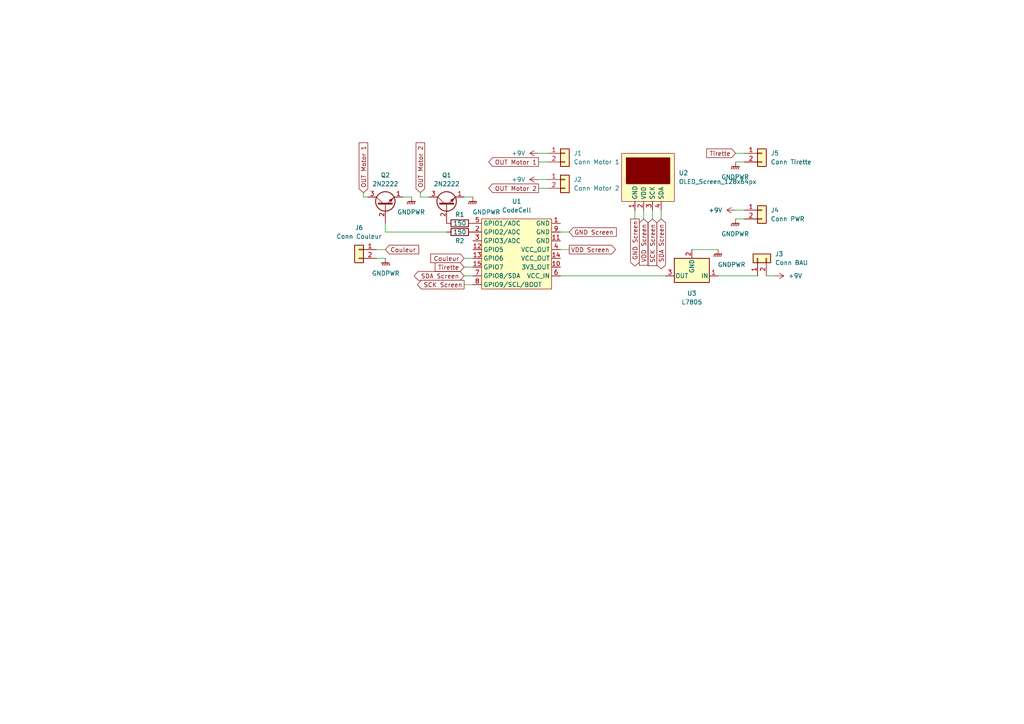
<source format=kicad_sch>
(kicad_sch (version 20211123) (generator eeschema)
  (paper "A4")
  (lib_symbols
    (symbol "CodeCell:CodeCell"
      (property "Reference" "U" (at 0 12.7 0))
      (property "Value" "CodeCell" (at 0 10.16 0))
      (symbol "CodeCell_0_1"
        (rectangle (start -10.16 8.89) (end 10.16 -11.43) (fill (type background)))
      )
      (symbol "CodeCell_1_1"
        (pin input line (at 12.7 7.62 180) (length 2.54) (name "GND") (number "1"))
        (pin output line (at 12.7 -5.08 180) (length 2.54) (name "3V3_OUT") (number "10"))
        (pin input line (at 12.7 2.54 180) (length 2.54) (name "GND") (number "11"))
        (pin bidirectional line (at -12.7 0 0) (length 2.54) (name "GPIO5") (number "12"))
        (pin bidirectional line (at -12.7 -2.54 0) (length 2.54) (name "GPIO6") (number "13"))
        (pin output line (at 12.7 -2.54 180) (length 2.54) (name "VCC_OUT") (number "14"))
        (pin bidirectional line (at -12.7 -5.08 0) (length 2.54) (name "GPIO7") (number "15"))
        (pin bidirectional line (at -12.7 5.08 0) (length 2.54) (name "GPIO2/ADC") (number "2"))
        (pin bidirectional line (at -12.7 2.54 0) (length 2.54) (name "GPIO3/ADC") (number "3"))
        (pin output line (at 12.7 0 180) (length 2.54) (name "VCC_OUT") (number "4"))
        (pin bidirectional line (at -12.7 7.62 0) (length 2.54) (name "GPIO1/ADC") (number "5"))
        (pin input line (at 12.7 -7.62 180) (length 2.54) (name "VCC_IN") (number "6"))
        (pin bidirectional line (at -12.7 -7.62 0) (length 2.54) (name "GPIO8/SDA") (number "7"))
        (pin bidirectional line (at -12.7 -10.16 0) (length 2.54) (name "GPIO9/SCL/BOOT") (number "8"))
        (pin input line (at 12.7 5.08 180) (length 2.54) (name "GND") (number "9"))
      )
    )
    (symbol "Connector_Generic:Conn_01x02" (pin_names (offset 1.016) hide)
      (property "Reference" "J" (at 0 2.54 0))
      (property "Value" "Conn_01x02" (at 0 -5.08 0))
      (symbol "Conn_01x02_1_1"
        (rectangle (start -1.27 -2.413) (end 0 -2.667) (stroke (width 0.1524)))
        (rectangle (start -1.27 0.127) (end 0 -0.127) (stroke (width 0.1524)))
        (rectangle (start -1.27 1.27) (end 1.27 -3.81) (stroke (width 0.254)) (fill (type background)))
        (pin passive line (at -5.08 0 0) (length 3.81) (name "Pin_1") (number "1"))
        (pin passive line (at -5.08 -2.54 0) (length 3.81) (name "Pin_2") (number "2"))
      )
    )
    (symbol "Device:R" (pin_numbers hide) (pin_names (offset 0))
      (property "Reference" "R" (at 2.032 0 90))
      (property "Value" "R" (at 0 0 90))
      (symbol "R_0_1"
        (rectangle (start -1.016 -2.54) (end 1.016 2.54) (stroke (width 0.254)))
      )
      (symbol "R_1_1"
        (pin passive line (at 0 3.81 270) (length 1.27) (name "~") (number "1"))
        (pin passive line (at 0 -3.81 90) (length 1.27) (name "~") (number "2"))
      )
    )
    (symbol "Oled Screen:OLED_Screen_128x64px"
      (property "Reference" "U" (at 0 6.35 0))
      (property "Value" "OLED_Screen_128x64px" (at 0 5.08 0))
      (symbol "OLED_Screen_128x64px_0_1"
        (rectangle (start -7.62 2.54) (end 7.62 -11.43) (fill (type background)))
        (rectangle (start -6.35 1.27) (end 6.35 -6.35) (fill (type outline)))
      )
      (symbol "OLED_Screen_128x64px_1_1"
        (pin output line (at -3.81 -13.97 90) (length 2.54) (name "GND") (number "1"))
        (pin input line (at -1.27 -13.97 90) (length 2.54) (name "VDD") (number "2"))
        (pin input line (at 1.27 -13.97 90) (length 2.54) (name "SCK") (number "3"))
        (pin bidirectional line (at 3.81 -13.97 90) (length 2.54) (name "SDA") (number "4"))
      )
    )
    (symbol "Regulator_Linear:L7805" (pin_names (offset 0.254))
      (property "Reference" "U" (at -3.81 3.175 0))
      (property "Value" "L7805" (at 0 3.175 0))
      (symbol "L7805_0_1"
        (rectangle (start -5.08 1.905) (end 5.08 -5.08) (stroke (width 0.254)) (fill (type background)))
      )
      (symbol "L7805_1_1"
        (pin power_in line (at -7.62 0 0) (length 2.54) (name "IN") (number "1"))
        (pin power_in line (at 0 -7.62 90) (length 2.54) (name "GND") (number "2"))
        (pin power_out line (at 7.62 0 180) (length 2.54) (name "OUT") (number "3"))
      )
    )
    (symbol "Transistor_BJT:PN2222A" (pin_names (offset 0) hide)
      (property "Reference" "Q" (at 5.08 1.905 0))
      (property "Value" "PN2222A" (at 5.08 0 0))
      (symbol "PN2222A_0_1"
        (polyline (pts (xy 0 0) (xy 0.635 0)))
        (polyline (pts (xy 2.54 -2.54) (xy 0.635 -0.635)))
        (polyline (pts (xy 2.54 2.54) (xy 0.635 0.635)))
        (polyline (pts (xy 0.635 1.905) (xy 0.635 -1.905) (xy 0.635 -1.905)) (stroke (width 0.508)))
        (polyline (pts (xy 2.413 -2.413) (xy 1.905 -1.905) (xy 1.905 -1.905)))
        (polyline (pts (xy 1.143 -1.651) (xy 1.651 -1.143) (xy 2.159 -2.159) (xy 1.143 -1.651) (xy 1.143 -1.651)) (fill (type outline)))
        (circle (center 1.27 0) (radius 2.8194) (stroke (width 0.254)))
      )
      (symbol "PN2222A_1_1"
        (pin passive line (at 2.54 -5.08 90) (length 2.54) (name "E") (number "1"))
        (pin input line (at -5.08 0 0) (length 5.08) (name "B") (number "2"))
        (pin passive line (at 2.54 5.08 270) (length 2.54) (name "C") (number "3"))
      )
    )
    (symbol "power:+9V" (power) (pin_names (offset 0))
      (property "Value" "+9V" (at 0 3.556 0))
      (symbol "+9V_0_1"
        (polyline (pts (xy -0.762 1.27) (xy 0 2.54)))
        (polyline (pts (xy 0 0) (xy 0 2.54)))
        (polyline (pts (xy 0 2.54) (xy 0.762 1.27)))
      )
      (symbol "+9V_1_1"
        (pin power_in line (at 0 0 90) (length 0) hide (name "+9V") (number "1"))
      )
    )
    (symbol "power:GNDPWR" (power) (pin_names (offset 0))
      (property "Value" "GNDPWR" (at 0 -3.302 0))
      (symbol "GNDPWR_0_1"
        (polyline (pts (xy 0 -1.27) (xy 0 0)))
        (polyline (pts (xy -1.016 -1.27) (xy -1.27 -2.032) (xy -1.27 -2.032)) (stroke (width 0.2032)))
        (polyline (pts (xy -0.508 -1.27) (xy -0.762 -2.032) (xy -0.762 -2.032)) (stroke (width 0.2032)))
        (polyline (pts (xy 0 -1.27) (xy -0.254 -2.032) (xy -0.254 -2.032)) (stroke (width 0.2032)))
        (polyline (pts (xy 0.508 -1.27) (xy 0.254 -2.032) (xy 0.254 -2.032)) (stroke (width 0.2032)))
        (polyline (pts (xy 1.016 -1.27) (xy -1.016 -1.27) (xy -1.016 -1.27)) (stroke (width 0.2032)))
        (polyline (pts (xy 1.016 -1.27) (xy 0.762 -2.032) (xy 0.762 -2.032) (xy 0.762 -2.032)) (stroke (width 0.2032)))
      )
      (symbol "GNDPWR_1_1"
        (pin power_in line (at 0 0 270) (length 0) hide (name "GNDPWR") (number "1"))
      )
    )
  )
  (wire (pts (xy 105.41 57.15) (xy 106.68 57.15)))
  (wire (pts (xy 186.69 60.96) (xy 186.69 63.5)))
  (wire (pts (xy 156.21 52.07) (xy 158.75 52.07)))
  (wire (pts (xy 191.77 63.5) (xy 191.77 60.96)))
  (wire (pts (xy 213.36 44.45) (xy 215.9 44.45)))
  (wire (pts (xy 111.76 72.39) (xy 109.22 72.39)))
  (wire (pts (xy 111.76 74.93) (xy 109.22 74.93)))
  (wire (pts (xy 200.66 72.39) (xy 208.28 72.39)))
  (wire (pts (xy 162.56 80.01) (xy 193.04 80.01)))
  (wire (pts (xy 134.62 82.55) (xy 137.16 82.55)))
  (wire (pts (xy 162.56 72.39) (xy 165.1 72.39)))
  (wire (pts (xy 121.92 57.15) (xy 124.46 57.15)))
  (wire (pts (xy 134.62 77.47) (xy 137.16 77.47)))
  (wire (pts (xy 137.16 57.15) (xy 134.62 57.15)))
  (wire (pts (xy 111.76 67.31) (xy 111.76 64.77)))
  (wire (pts (xy 219.71 80.01) (xy 208.28 80.01)))
  (wire (pts (xy 184.15 60.96) (xy 184.15 63.5)))
  (wire (pts (xy 129.54 67.31) (xy 111.76 67.31)))
  (wire (pts (xy 156.21 44.45) (xy 158.75 44.45)))
  (wire (pts (xy 156.21 46.99) (xy 158.75 46.99)))
  (wire (pts (xy 162.56 67.31) (xy 165.1 67.31)))
  (wire (pts (xy 121.92 55.88) (xy 121.92 57.15)))
  (wire (pts (xy 213.36 46.99) (xy 215.9 46.99)))
  (wire (pts (xy 134.62 80.01) (xy 137.16 80.01)))
  (wire (pts (xy 213.36 63.5) (xy 215.9 63.5)))
  (wire (pts (xy 119.38 57.15) (xy 116.84 57.15)))
  (wire (pts (xy 213.36 60.96) (xy 215.9 60.96)))
  (wire (pts (xy 189.23 60.96) (xy 189.23 63.5)))
  (wire (pts (xy 224.79 80.01) (xy 222.25 80.01)))
  (wire (pts (xy 105.41 55.88) (xy 105.41 57.15)))
  (wire (pts (xy 156.21 54.61) (xy 158.75 54.61)))
  (wire (pts (xy 134.62 74.93) (xy 137.16 74.93)))
  (global_label "GND Screen" (shape input) (at 165.1 67.31 0) (property "Références Inter-Feuilles" "${INTERSHEET_REFS}" (effects hide)))
  (global_label "Couleur" (shape input) (at 134.62 74.93 180) (property "Références Inter-Feuilles" "${INTERSHEET_REFS}" (effects hide)))
  (global_label "VDD Screen" (shape output) (at 165.1 72.39 0) (property "Références Inter-Feuilles" "${INTERSHEET_REFS}" (effects hide)))
  (global_label "OUT Motor 2" (shape output) (at 156.21 54.61 180) (property "Références Inter-Feuilles" "${INTERSHEET_REFS}" (effects hide)))
  (global_label "Tirette" (shape input) (at 213.36 44.45 180) (property "Références Inter-Feuilles" "${INTERSHEET_REFS}" (effects hide)))
  (global_label "GND Screen" (shape output) (at 184.15 63.5 270) (property "Références Inter-Feuilles" "${INTERSHEET_REFS}" (effects hide)))
  (global_label "OUT Motor 2" (shape input) (at 121.92 55.88 90) (property "Références Inter-Feuilles" "${INTERSHEET_REFS}" (effects hide)))
  (global_label "SDA Screen" (shape bidirectional) (at 134.62 80.01 180) (property "Références Inter-Feuilles" "${INTERSHEET_REFS}" (effects hide)))
  (global_label "OUT Motor 1" (shape output) (at 156.21 46.99 180) (property "Références Inter-Feuilles" "${INTERSHEET_REFS}" (effects hide)))
  (global_label "SCK Screen" (shape input) (at 189.23 63.5 270) (property "Références Inter-Feuilles" "${INTERSHEET_REFS}" (effects hide)))
  (global_label "Couleur" (shape input) (at 111.76 72.39 0) (property "Références Inter-Feuilles" "${INTERSHEET_REFS}" (effects hide)))
  (global_label "SDA Screen" (shape bidirectional) (at 191.77 63.5 270) (property "Références Inter-Feuilles" "${INTERSHEET_REFS}" (effects hide)))
  (global_label "Tirette" (shape input) (at 134.62 77.47 180) (property "Références Inter-Feuilles" "${INTERSHEET_REFS}" (effects hide)))
  (global_label "VDD Screen" (shape input) (at 186.69 63.5 270) (property "Références Inter-Feuilles" "${INTERSHEET_REFS}" (effects hide)))
  (global_label "SCK Screen" (shape output) (at 134.62 82.55 180) (property "Références Inter-Feuilles" "${INTERSHEET_REFS}" (effects hide)))
  (global_label "OUT Motor 1" (shape input) (at 105.41 55.88 90) (property "Références Inter-Feuilles" "${INTERSHEET_REFS}" (effects hide)))
  (symbol (lib_id "power:+9V") (at 213.36 60.96 90) (unit 1)
    (property "Reference" "#PWR?" (effects hide))
    (property "Value" "+9V" (at 209.55 60.9599 90) (effects (justify left)))
  )
  (symbol (lib_id "Connector_Generic:Conn_01x02") (at 220.98 60.96 0) (unit 1)
    (property "Reference" "J4" (at 223.52 60.9599 0) (effects (justify left)))
    (property "Value" "Conn PWR" (at 223.52 63.4999 0) (effects (justify left)))
  )
  (symbol (lib_id "power:+9V") (at 224.79 80.01 270) (unit 1)
    (property "Reference" "#PWR?" (effects hide))
    (property "Value" "+9V" (at 228.6 80.0099 90) (effects (justify left)))
  )
  (symbol (lib_id "CodeCell:CodeCell") (at 149.86 72.39 0) (unit 1)
    (property "Reference" "U1" (at 149.86 58.42 0))
    (property "Value" "CodeCell" (at 149.86 60.96 0))
  )
  (symbol (lib_id "power:GNDPWR") (at 208.28 72.39 0) (unit 1)
    (property "Reference" "#PWR?" (effects hide))
    (property "Value" "GNDPWR" (at 208.153 77.47 0) (effects (justify left bottom)))
  )
  (symbol (lib_id "power:GNDPWR") (at 111.76 74.93 0) (mirror y) (unit 1)
    (property "Reference" "#PWR?" (effects hide))
    (property "Value" "GNDPWR" (at 111.887 80.01 0) (effects (justify bottom)))
  )
  (symbol (lib_id "Transistor_BJT:PN2222A") (at 111.76 59.69 90) (unit 1)
    (property "Reference" "Q2" (at 111.76 50.8 90))
    (property "Value" "2N2222" (at 111.76 53.34 90))
    (property "Footprint" "Package_TO_SOT_THT:TO-92_Inline" (effects hide))
    (property "Datasheet" "https://www.onsemi.com/pub/Collateral/PN2222-D.PDF" (effects hide))
  )
  (symbol (lib_id "Connector_Generic:Conn_01x02") (at 220.98 44.45 0) (unit 1)
    (property "Reference" "J5" (at 223.52 44.4499 0) (effects (justify left)))
    (property "Value" "Conn Tirette" (at 223.52 46.9899 0) (effects (justify left)))
  )
  (symbol (lib_id "Oled Screen:OLED_Screen_128x64px") (at 187.96 46.99 0) (unit 1)
    (property "Reference" "U2" (at 196.85 50.1649 0) (effects (justify left)))
    (property "Value" "OLED_Screen_128x64px" (at 196.85 52.7049 0) (effects (justify left)))
  )
  (symbol (lib_id "Device:R") (at 133.35 67.31 90) (unit 1)
    (property "Reference" "R2" (at 133.35 69.85 90))
    (property "Value" "150" (at 133.35 67.31 90))
  )
  (symbol (lib_id "Transistor_BJT:PN2222A") (at 129.54 59.69 90) (unit 1)
    (property "Reference" "Q1" (at 129.54 50.8 90))
    (property "Value" "2N2222" (at 129.54 53.34 90))
    (property "Footprint" "Package_TO_SOT_THT:TO-92_Inline" (effects hide))
    (property "Datasheet" "https://www.onsemi.com/pub/Collateral/PN2222-D.PDF" (effects hide))
  )
  (symbol (lib_id "Connector_Generic:Conn_01x02") (at 163.83 44.45 0) (unit 1)
    (property "Reference" "J1" (at 166.37 44.4499 0) (effects (justify left)))
    (property "Value" "Conn Motor 1" (at 166.37 46.9899 0) (effects (justify left)))
  )
  (symbol (lib_id "power:+9V") (at 156.21 52.07 90) (unit 1)
    (property "Reference" "#PWR?" (effects hide))
    (property "Value" "+9V" (at 152.4 52.0699 90) (effects (justify left)))
  )
  (symbol (lib_id "power:GNDPWR") (at 137.16 57.15 0) (unit 1)
    (property "Reference" "#PWR?" (effects hide))
    (property "Value" "GNDPWR" (at 137.033 62.23 0) (effects (justify left bottom)))
  )
  (symbol (lib_id "Connector_Generic:Conn_01x02") (at 163.83 52.07 0) (unit 1)
    (property "Reference" "J2" (at 166.37 52.0699 0) (effects (justify left)))
    (property "Value" "Conn Motor 2" (at 166.37 54.6099 0) (effects (justify left)))
  )
  (symbol (lib_id "power:+9V") (at 156.21 44.45 90) (unit 1)
    (property "Reference" "#PWR?" (effects hide))
    (property "Value" "+9V" (at 152.4 44.4499 90) (effects (justify left)))
  )
  (symbol (lib_id "Connector_Generic:Conn_01x02") (at 219.71 74.93 90) (unit 1)
    (property "Reference" "J3" (at 224.79 73.6599 90) (effects (justify right)))
    (property "Value" "Conn BAU" (at 224.79 76.1999 90) (effects (justify right)))
  )
  (symbol (lib_id "Device:R") (at 133.35 64.77 270) (unit 1)
    (property "Reference" "R1" (at 133.35 62.23 90))
    (property "Value" "150" (at 133.35 64.77 90))
  )
  (symbol (lib_id "Connector_Generic:Conn_01x02") (at 104.14 72.39 0) (mirror y) (unit 1)
    (property "Reference" "J6" (at 104.14 66.04 0))
    (property "Value" "Conn Couleur" (at 104.14 68.58 0))
  )
  (symbol (lib_id "power:GNDPWR") (at 213.36 63.5 0) (unit 1)
    (property "Reference" "#PWR?" (effects hide))
    (property "Value" "GNDPWR" (at 213.233 68.58 0) (effects (justify bottom)))
  )
  (symbol (lib_id "power:GNDPWR") (at 119.38 57.15 0) (unit 1)
    (property "Reference" "#PWR?" (effects hide))
    (property "Value" "GNDPWR" (at 119.253 62.23 0) (effects (justify bottom)))
  )
  (symbol (lib_id "power:GNDPWR") (at 213.36 46.99 0) (unit 1)
    (property "Reference" "#PWR?" (effects hide))
    (property "Value" "GNDPWR" (at 213.233 52.07 0) (effects (justify bottom)))
  )
  (symbol (lib_id "Regulator_Linear:L7805") (at 200.66 80.01 180) (unit 1)
    (property "Reference" "U3" (at 200.66 85.09 0))
    (property "Value" "L7805" (at 200.66 87.63 0))
    (property "Datasheet" "http://www.st.com/content/ccc/resource/technical/document/datasheet/41/4f/b3/b0/12/d4/47/88/CD00000444.pdf/files/CD00000444.pdf/jcr:content/translations/en.CD00000444.pdf" (effects hide))
  )
)
</source>
